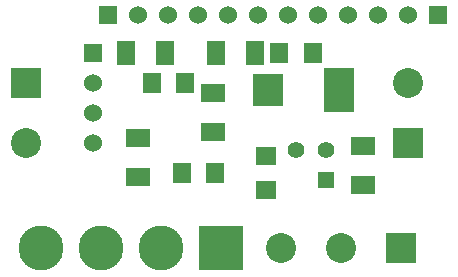
<source format=gts>
G04 (created by PCBNEW (2013-dec-23)-stable) date Вт 14 апр 2015 12:36:29*
%MOIN*%
G04 Gerber Fmt 3.4, Leading zero omitted, Abs format*
%FSLAX34Y34*%
G01*
G70*
G90*
G04 APERTURE LIST*
%ADD10C,0.00590551*%
%ADD11R,0.08X0.06*%
%ADD12R,0.06X0.08*%
%ADD13R,0.1X0.1*%
%ADD14C,0.1*%
%ADD15R,0.06X0.06*%
%ADD16C,0.06*%
%ADD17R,0.055X0.055*%
%ADD18C,0.055*%
%ADD19R,0.0629X0.0709*%
%ADD20R,0.1004X0.1063*%
%ADD21R,0.1004X0.1496*%
%ADD22R,0.0709X0.0629*%
%ADD23C,0.15*%
%ADD24R,0.15X0.15*%
G04 APERTURE END LIST*
G54D10*
G54D11*
X49000Y-30600D03*
X49000Y-31900D03*
X54000Y-33650D03*
X54000Y-32350D03*
G54D12*
X47400Y-29250D03*
X46100Y-29250D03*
G54D13*
X55500Y-32250D03*
G54D14*
X55500Y-30250D03*
G54D13*
X42750Y-30250D03*
G54D14*
X42750Y-32250D03*
G54D15*
X56500Y-28000D03*
G54D16*
X55500Y-28000D03*
X54500Y-28000D03*
X53500Y-28000D03*
X52500Y-28000D03*
X51500Y-28000D03*
G54D15*
X45000Y-29250D03*
G54D16*
X45000Y-30250D03*
X45000Y-31250D03*
X45000Y-32250D03*
G54D15*
X45500Y-28000D03*
G54D16*
X46500Y-28000D03*
X47500Y-28000D03*
X48500Y-28000D03*
X49500Y-28000D03*
X50500Y-28000D03*
G54D17*
X52750Y-33500D03*
G54D18*
X52750Y-32500D03*
X51750Y-32500D03*
G54D19*
X48059Y-30250D03*
X46941Y-30250D03*
G54D20*
X50819Y-30500D03*
G54D21*
X53181Y-30500D03*
G54D22*
X50750Y-32691D03*
X50750Y-33809D03*
G54D23*
X47250Y-35750D03*
X45250Y-35750D03*
G54D24*
X49250Y-35750D03*
G54D23*
X43250Y-35750D03*
G54D13*
X55250Y-35750D03*
G54D14*
X53250Y-35750D03*
X51250Y-35750D03*
G54D12*
X50400Y-29250D03*
X49100Y-29250D03*
G54D19*
X52309Y-29250D03*
X51191Y-29250D03*
X49059Y-33250D03*
X47941Y-33250D03*
G54D11*
X46500Y-33400D03*
X46500Y-32100D03*
M02*

</source>
